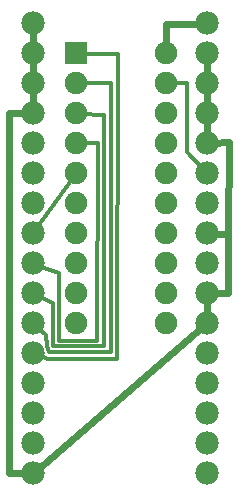
<source format=gtl>
G04 MADE WITH FRITZING*
G04 WWW.FRITZING.ORG*
G04 DOUBLE SIDED*
G04 HOLES PLATED*
G04 CONTOUR ON CENTER OF CONTOUR VECTOR*
%ASAXBY*%
%FSLAX23Y23*%
%MOIN*%
%OFA0B0*%
%SFA1.0B1.0*%
%ADD10C,0.078000*%
%ADD11C,0.075000*%
%ADD12R,0.075000X0.075000*%
%ADD13C,0.024000*%
%ADD14C,0.012000*%
%LNCOPPER1*%
G90*
G70*
G54D10*
X121Y2060D03*
X121Y1960D03*
X121Y1860D03*
X121Y1760D03*
X121Y1660D03*
X121Y1560D03*
X121Y1460D03*
X121Y1360D03*
X121Y1260D03*
X121Y1160D03*
X121Y1060D03*
X121Y960D03*
X121Y860D03*
X121Y760D03*
X121Y660D03*
X121Y560D03*
X700Y2060D03*
X700Y1960D03*
X700Y1860D03*
X700Y1760D03*
X700Y1660D03*
X700Y1560D03*
X700Y1460D03*
X700Y1360D03*
X700Y1260D03*
X700Y1160D03*
X700Y1060D03*
X700Y960D03*
X700Y860D03*
X700Y760D03*
X700Y660D03*
X700Y560D03*
G54D11*
X263Y1960D03*
X563Y1960D03*
X263Y1860D03*
X563Y1860D03*
X263Y1760D03*
X563Y1760D03*
X263Y1660D03*
X563Y1660D03*
X263Y1560D03*
X563Y1560D03*
X263Y1460D03*
X563Y1460D03*
X263Y1360D03*
X563Y1360D03*
X263Y1260D03*
X563Y1260D03*
X263Y1160D03*
X563Y1160D03*
X263Y1060D03*
X563Y1060D03*
G54D12*
X263Y1960D03*
G54D13*
X563Y2058D02*
X563Y1977D01*
D02*
X681Y2059D02*
X563Y2058D01*
D02*
X121Y1979D02*
X121Y2041D01*
D02*
X121Y1941D02*
X121Y1879D01*
D02*
X121Y1841D02*
X121Y1779D01*
D02*
X700Y1941D02*
X700Y1879D01*
D02*
X700Y1841D02*
X700Y1779D01*
D02*
X700Y1741D02*
X700Y1679D01*
G54D14*
D02*
X172Y943D02*
X139Y954D01*
D02*
X401Y943D02*
X172Y943D01*
D02*
X280Y1959D02*
X404Y1958D01*
D02*
X404Y1958D02*
X401Y943D01*
D02*
X164Y1022D02*
X135Y1047D01*
D02*
X176Y966D02*
X168Y986D01*
D02*
X168Y986D02*
X164Y1022D01*
D02*
X381Y966D02*
X176Y966D01*
D02*
X280Y1860D02*
X381Y1860D01*
D02*
X381Y1860D02*
X381Y966D01*
D02*
X280Y1759D02*
X357Y1754D01*
D02*
X357Y986D02*
X188Y986D01*
D02*
X188Y1128D02*
X138Y1152D01*
D02*
X188Y986D02*
X188Y1128D01*
D02*
X357Y1754D02*
X357Y986D01*
D02*
X208Y1227D02*
X139Y1253D01*
D02*
X208Y1002D02*
X208Y1227D01*
D02*
X338Y1660D02*
X333Y1003D01*
D02*
X333Y1003D02*
X208Y1002D01*
D02*
X280Y1660D02*
X338Y1660D01*
D02*
X636Y1631D02*
X687Y1574D01*
D02*
X580Y1860D02*
X633Y1860D01*
D02*
X633Y1860D02*
X636Y1631D01*
G54D13*
D02*
X135Y572D02*
X685Y1047D01*
D02*
X771Y1357D02*
X775Y1664D01*
D02*
X775Y1664D02*
X719Y1661D01*
D02*
X771Y1357D02*
X719Y1359D01*
D02*
X771Y1160D02*
X771Y1357D01*
D02*
X719Y1160D02*
X771Y1160D01*
D02*
X42Y561D02*
X42Y1763D01*
D02*
X42Y1763D02*
X102Y1760D01*
D02*
X102Y560D02*
X42Y561D01*
G54D14*
D02*
X253Y1545D02*
X132Y1375D01*
G54D13*
D02*
X700Y1079D02*
X700Y1141D01*
G04 End of Copper1*
M02*
</source>
